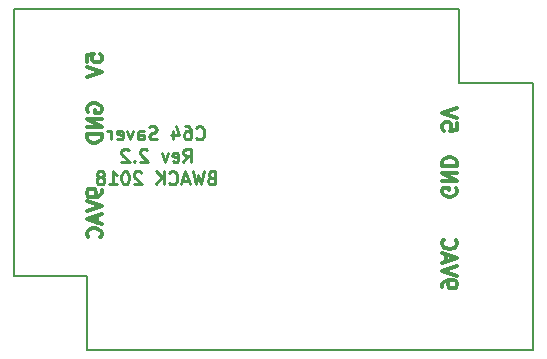
<source format=gbo>
G04 #@! TF.FileFunction,Legend,Bot*
%FSLAX46Y46*%
G04 Gerber Fmt 4.6, Leading zero omitted, Abs format (unit mm)*
G04 Created by KiCad (PCBNEW 4.0.7) date 08/08/18 22:55:19*
%MOMM*%
%LPD*%
G01*
G04 APERTURE LIST*
%ADD10C,0.100000*%
%ADD11C,0.150000*%
%ADD12C,0.250000*%
%ADD13C,0.300000*%
G04 APERTURE END LIST*
D10*
D11*
X140462000Y-106299000D02*
X140462000Y-83693000D01*
X146685000Y-106299000D02*
X140462000Y-106299000D01*
X146685000Y-112522000D02*
X146685000Y-106299000D01*
X184404000Y-112522000D02*
X146685000Y-112522000D01*
X184404000Y-89916000D02*
X184404000Y-112522000D01*
X178181000Y-89916000D02*
X184404000Y-89916000D01*
X178181000Y-83693000D02*
X178181000Y-89916000D01*
X140462000Y-83693000D02*
X178181000Y-83693000D01*
D12*
X155905571Y-94631857D02*
X155957952Y-94684238D01*
X156115095Y-94736619D01*
X156219857Y-94736619D01*
X156376999Y-94684238D01*
X156481761Y-94579476D01*
X156534142Y-94474714D01*
X156586523Y-94265190D01*
X156586523Y-94108048D01*
X156534142Y-93898524D01*
X156481761Y-93793762D01*
X156376999Y-93689000D01*
X156219857Y-93636619D01*
X156115095Y-93636619D01*
X155957952Y-93689000D01*
X155905571Y-93741381D01*
X154962714Y-93636619D02*
X155172237Y-93636619D01*
X155276999Y-93689000D01*
X155329380Y-93741381D01*
X155434142Y-93898524D01*
X155486523Y-94108048D01*
X155486523Y-94527095D01*
X155434142Y-94631857D01*
X155381761Y-94684238D01*
X155276999Y-94736619D01*
X155067476Y-94736619D01*
X154962714Y-94684238D01*
X154910333Y-94631857D01*
X154857952Y-94527095D01*
X154857952Y-94265190D01*
X154910333Y-94160429D01*
X154962714Y-94108048D01*
X155067476Y-94055667D01*
X155276999Y-94055667D01*
X155381761Y-94108048D01*
X155434142Y-94160429D01*
X155486523Y-94265190D01*
X153915095Y-94003286D02*
X153915095Y-94736619D01*
X154176999Y-93584238D02*
X154438904Y-94369952D01*
X153757952Y-94369952D01*
X152553190Y-94684238D02*
X152396047Y-94736619D01*
X152134143Y-94736619D01*
X152029381Y-94684238D01*
X151977000Y-94631857D01*
X151924619Y-94527095D01*
X151924619Y-94422333D01*
X151977000Y-94317571D01*
X152029381Y-94265190D01*
X152134143Y-94212810D01*
X152343666Y-94160429D01*
X152448428Y-94108048D01*
X152500809Y-94055667D01*
X152553190Y-93950905D01*
X152553190Y-93846143D01*
X152500809Y-93741381D01*
X152448428Y-93689000D01*
X152343666Y-93636619D01*
X152081762Y-93636619D01*
X151924619Y-93689000D01*
X150981762Y-94736619D02*
X150981762Y-94160429D01*
X151034143Y-94055667D01*
X151138905Y-94003286D01*
X151348428Y-94003286D01*
X151453190Y-94055667D01*
X150981762Y-94684238D02*
X151086524Y-94736619D01*
X151348428Y-94736619D01*
X151453190Y-94684238D01*
X151505571Y-94579476D01*
X151505571Y-94474714D01*
X151453190Y-94369952D01*
X151348428Y-94317571D01*
X151086524Y-94317571D01*
X150981762Y-94265190D01*
X150562714Y-94003286D02*
X150300809Y-94736619D01*
X150038905Y-94003286D01*
X149200810Y-94684238D02*
X149305572Y-94736619D01*
X149515095Y-94736619D01*
X149619857Y-94684238D01*
X149672238Y-94579476D01*
X149672238Y-94160429D01*
X149619857Y-94055667D01*
X149515095Y-94003286D01*
X149305572Y-94003286D01*
X149200810Y-94055667D01*
X149148429Y-94160429D01*
X149148429Y-94265190D01*
X149672238Y-94369952D01*
X148677000Y-94736619D02*
X148677000Y-94003286D01*
X148677000Y-94212810D02*
X148624619Y-94108048D01*
X148572238Y-94055667D01*
X148467476Y-94003286D01*
X148362715Y-94003286D01*
X154805571Y-96636619D02*
X155172237Y-96112810D01*
X155434142Y-96636619D02*
X155434142Y-95536619D01*
X155015095Y-95536619D01*
X154910333Y-95589000D01*
X154857952Y-95641381D01*
X154805571Y-95746143D01*
X154805571Y-95903286D01*
X154857952Y-96008048D01*
X154910333Y-96060429D01*
X155015095Y-96112810D01*
X155434142Y-96112810D01*
X153915095Y-96584238D02*
X154019857Y-96636619D01*
X154229380Y-96636619D01*
X154334142Y-96584238D01*
X154386523Y-96479476D01*
X154386523Y-96060429D01*
X154334142Y-95955667D01*
X154229380Y-95903286D01*
X154019857Y-95903286D01*
X153915095Y-95955667D01*
X153862714Y-96060429D01*
X153862714Y-96165190D01*
X154386523Y-96269952D01*
X153496047Y-95903286D02*
X153234142Y-96636619D01*
X152972238Y-95903286D01*
X151767476Y-95641381D02*
X151715095Y-95589000D01*
X151610333Y-95536619D01*
X151348429Y-95536619D01*
X151243667Y-95589000D01*
X151191286Y-95641381D01*
X151138905Y-95746143D01*
X151138905Y-95850905D01*
X151191286Y-96008048D01*
X151819857Y-96636619D01*
X151138905Y-96636619D01*
X150667476Y-96531857D02*
X150615095Y-96584238D01*
X150667476Y-96636619D01*
X150719857Y-96584238D01*
X150667476Y-96531857D01*
X150667476Y-96636619D01*
X150196047Y-95641381D02*
X150143666Y-95589000D01*
X150038904Y-95536619D01*
X149777000Y-95536619D01*
X149672238Y-95589000D01*
X149619857Y-95641381D01*
X149567476Y-95746143D01*
X149567476Y-95850905D01*
X149619857Y-96008048D01*
X150248428Y-96636619D01*
X149567476Y-96636619D01*
X157162714Y-97960429D02*
X157005571Y-98012810D01*
X156953190Y-98065190D01*
X156900809Y-98169952D01*
X156900809Y-98327095D01*
X156953190Y-98431857D01*
X157005571Y-98484238D01*
X157110333Y-98536619D01*
X157529380Y-98536619D01*
X157529380Y-97436619D01*
X157162714Y-97436619D01*
X157057952Y-97489000D01*
X157005571Y-97541381D01*
X156953190Y-97646143D01*
X156953190Y-97750905D01*
X157005571Y-97855667D01*
X157057952Y-97908048D01*
X157162714Y-97960429D01*
X157529380Y-97960429D01*
X156534142Y-97436619D02*
X156272237Y-98536619D01*
X156062714Y-97750905D01*
X155853190Y-98536619D01*
X155591285Y-97436619D01*
X155224618Y-98222333D02*
X154700809Y-98222333D01*
X155329380Y-98536619D02*
X154962713Y-97436619D01*
X154596047Y-98536619D01*
X153600809Y-98431857D02*
X153653190Y-98484238D01*
X153810333Y-98536619D01*
X153915095Y-98536619D01*
X154072237Y-98484238D01*
X154176999Y-98379476D01*
X154229380Y-98274714D01*
X154281761Y-98065190D01*
X154281761Y-97908048D01*
X154229380Y-97698524D01*
X154176999Y-97593762D01*
X154072237Y-97489000D01*
X153915095Y-97436619D01*
X153810333Y-97436619D01*
X153653190Y-97489000D01*
X153600809Y-97541381D01*
X153129380Y-98536619D02*
X153129380Y-97436619D01*
X152500809Y-98536619D02*
X152972237Y-97908048D01*
X152500809Y-97436619D02*
X153129380Y-98065190D01*
X151243666Y-97541381D02*
X151191285Y-97489000D01*
X151086523Y-97436619D01*
X150824619Y-97436619D01*
X150719857Y-97489000D01*
X150667476Y-97541381D01*
X150615095Y-97646143D01*
X150615095Y-97750905D01*
X150667476Y-97908048D01*
X151296047Y-98536619D01*
X150615095Y-98536619D01*
X149934142Y-97436619D02*
X149829381Y-97436619D01*
X149724619Y-97489000D01*
X149672238Y-97541381D01*
X149619857Y-97646143D01*
X149567476Y-97855667D01*
X149567476Y-98117571D01*
X149619857Y-98327095D01*
X149672238Y-98431857D01*
X149724619Y-98484238D01*
X149829381Y-98536619D01*
X149934142Y-98536619D01*
X150038904Y-98484238D01*
X150091285Y-98431857D01*
X150143666Y-98327095D01*
X150196047Y-98117571D01*
X150196047Y-97855667D01*
X150143666Y-97646143D01*
X150091285Y-97541381D01*
X150038904Y-97489000D01*
X149934142Y-97436619D01*
X148519857Y-98536619D02*
X149148428Y-98536619D01*
X148834142Y-98536619D02*
X148834142Y-97436619D01*
X148938904Y-97593762D01*
X149043666Y-97698524D01*
X149148428Y-97750905D01*
X147891285Y-97908048D02*
X147996047Y-97855667D01*
X148048428Y-97803286D01*
X148100809Y-97698524D01*
X148100809Y-97646143D01*
X148048428Y-97541381D01*
X147996047Y-97489000D01*
X147891285Y-97436619D01*
X147681762Y-97436619D01*
X147577000Y-97489000D01*
X147524619Y-97541381D01*
X147472238Y-97646143D01*
X147472238Y-97698524D01*
X147524619Y-97803286D01*
X147577000Y-97855667D01*
X147681762Y-97908048D01*
X147891285Y-97908048D01*
X147996047Y-97960429D01*
X148048428Y-98012810D01*
X148100809Y-98117571D01*
X148100809Y-98327095D01*
X148048428Y-98431857D01*
X147996047Y-98484238D01*
X147891285Y-98536619D01*
X147681762Y-98536619D01*
X147577000Y-98484238D01*
X147524619Y-98431857D01*
X147472238Y-98327095D01*
X147472238Y-98117571D01*
X147524619Y-98012810D01*
X147577000Y-97960429D01*
X147681762Y-97908048D01*
D13*
X147885476Y-99030476D02*
X147885476Y-99268571D01*
X147825952Y-99387619D01*
X147766429Y-99447143D01*
X147587857Y-99566190D01*
X147349762Y-99625714D01*
X146873571Y-99625714D01*
X146754524Y-99566190D01*
X146695000Y-99506666D01*
X146635476Y-99387619D01*
X146635476Y-99149523D01*
X146695000Y-99030476D01*
X146754524Y-98970952D01*
X146873571Y-98911428D01*
X147171190Y-98911428D01*
X147290238Y-98970952D01*
X147349762Y-99030476D01*
X147409286Y-99149523D01*
X147409286Y-99387619D01*
X147349762Y-99506666D01*
X147290238Y-99566190D01*
X147171190Y-99625714D01*
X146635476Y-99982857D02*
X147885476Y-100399523D01*
X146635476Y-100816190D01*
X147528333Y-101173333D02*
X147528333Y-101768571D01*
X147885476Y-101054286D02*
X146635476Y-101470952D01*
X147885476Y-101887619D01*
X147766429Y-103018572D02*
X147825952Y-102959048D01*
X147885476Y-102780477D01*
X147885476Y-102661429D01*
X147825952Y-102482857D01*
X147706905Y-102363810D01*
X147587857Y-102304286D01*
X147349762Y-102244762D01*
X147171190Y-102244762D01*
X146933095Y-102304286D01*
X146814048Y-102363810D01*
X146695000Y-102482857D01*
X146635476Y-102661429D01*
X146635476Y-102780477D01*
X146695000Y-102959048D01*
X146754524Y-103018572D01*
X146695000Y-92392619D02*
X146635476Y-92273571D01*
X146635476Y-92095000D01*
X146695000Y-91916428D01*
X146814048Y-91797381D01*
X146933095Y-91737857D01*
X147171190Y-91678333D01*
X147349762Y-91678333D01*
X147587857Y-91737857D01*
X147706905Y-91797381D01*
X147825952Y-91916428D01*
X147885476Y-92095000D01*
X147885476Y-92214048D01*
X147825952Y-92392619D01*
X147766429Y-92452143D01*
X147349762Y-92452143D01*
X147349762Y-92214048D01*
X147885476Y-92987857D02*
X146635476Y-92987857D01*
X147885476Y-93702143D01*
X146635476Y-93702143D01*
X147885476Y-94297381D02*
X146635476Y-94297381D01*
X146635476Y-94595000D01*
X146695000Y-94773572D01*
X146814048Y-94892619D01*
X146933095Y-94952143D01*
X147171190Y-95011667D01*
X147349762Y-95011667D01*
X147587857Y-94952143D01*
X147706905Y-94892619D01*
X147825952Y-94773572D01*
X147885476Y-94595000D01*
X147885476Y-94297381D01*
X146635476Y-88153905D02*
X146635476Y-87558667D01*
X147230714Y-87499143D01*
X147171190Y-87558667D01*
X147111667Y-87677715D01*
X147111667Y-87975334D01*
X147171190Y-88094381D01*
X147230714Y-88153905D01*
X147349762Y-88213429D01*
X147647381Y-88213429D01*
X147766429Y-88153905D01*
X147825952Y-88094381D01*
X147885476Y-87975334D01*
X147885476Y-87677715D01*
X147825952Y-87558667D01*
X147766429Y-87499143D01*
X146635476Y-88570572D02*
X147885476Y-88987238D01*
X146635476Y-89403905D01*
X177976524Y-93329095D02*
X177976524Y-93924333D01*
X177381286Y-93983857D01*
X177440810Y-93924333D01*
X177500333Y-93805285D01*
X177500333Y-93507666D01*
X177440810Y-93388619D01*
X177381286Y-93329095D01*
X177262238Y-93269571D01*
X176964619Y-93269571D01*
X176845571Y-93329095D01*
X176786048Y-93388619D01*
X176726524Y-93507666D01*
X176726524Y-93805285D01*
X176786048Y-93924333D01*
X176845571Y-93983857D01*
X177976524Y-92912428D02*
X176726524Y-92495762D01*
X177976524Y-92079095D01*
X177917000Y-98869381D02*
X177976524Y-98988429D01*
X177976524Y-99167000D01*
X177917000Y-99345572D01*
X177797952Y-99464619D01*
X177678905Y-99524143D01*
X177440810Y-99583667D01*
X177262238Y-99583667D01*
X177024143Y-99524143D01*
X176905095Y-99464619D01*
X176786048Y-99345572D01*
X176726524Y-99167000D01*
X176726524Y-99047952D01*
X176786048Y-98869381D01*
X176845571Y-98809857D01*
X177262238Y-98809857D01*
X177262238Y-99047952D01*
X176726524Y-98274143D02*
X177976524Y-98274143D01*
X176726524Y-97559857D01*
X177976524Y-97559857D01*
X176726524Y-96964619D02*
X177976524Y-96964619D01*
X177976524Y-96667000D01*
X177917000Y-96488428D01*
X177797952Y-96369381D01*
X177678905Y-96309857D01*
X177440810Y-96250333D01*
X177262238Y-96250333D01*
X177024143Y-96309857D01*
X176905095Y-96369381D01*
X176786048Y-96488428D01*
X176726524Y-96667000D01*
X176726524Y-96964619D01*
X176726524Y-107217524D02*
X176726524Y-106979429D01*
X176786048Y-106860381D01*
X176845571Y-106800857D01*
X177024143Y-106681810D01*
X177262238Y-106622286D01*
X177738429Y-106622286D01*
X177857476Y-106681810D01*
X177917000Y-106741334D01*
X177976524Y-106860381D01*
X177976524Y-107098477D01*
X177917000Y-107217524D01*
X177857476Y-107277048D01*
X177738429Y-107336572D01*
X177440810Y-107336572D01*
X177321762Y-107277048D01*
X177262238Y-107217524D01*
X177202714Y-107098477D01*
X177202714Y-106860381D01*
X177262238Y-106741334D01*
X177321762Y-106681810D01*
X177440810Y-106622286D01*
X177976524Y-106265143D02*
X176726524Y-105848477D01*
X177976524Y-105431810D01*
X177083667Y-105074667D02*
X177083667Y-104479429D01*
X176726524Y-105193714D02*
X177976524Y-104777048D01*
X176726524Y-104360381D01*
X176845571Y-103229428D02*
X176786048Y-103288952D01*
X176726524Y-103467523D01*
X176726524Y-103586571D01*
X176786048Y-103765143D01*
X176905095Y-103884190D01*
X177024143Y-103943714D01*
X177262238Y-104003238D01*
X177440810Y-104003238D01*
X177678905Y-103943714D01*
X177797952Y-103884190D01*
X177917000Y-103765143D01*
X177976524Y-103586571D01*
X177976524Y-103467523D01*
X177917000Y-103288952D01*
X177857476Y-103229428D01*
M02*

</source>
